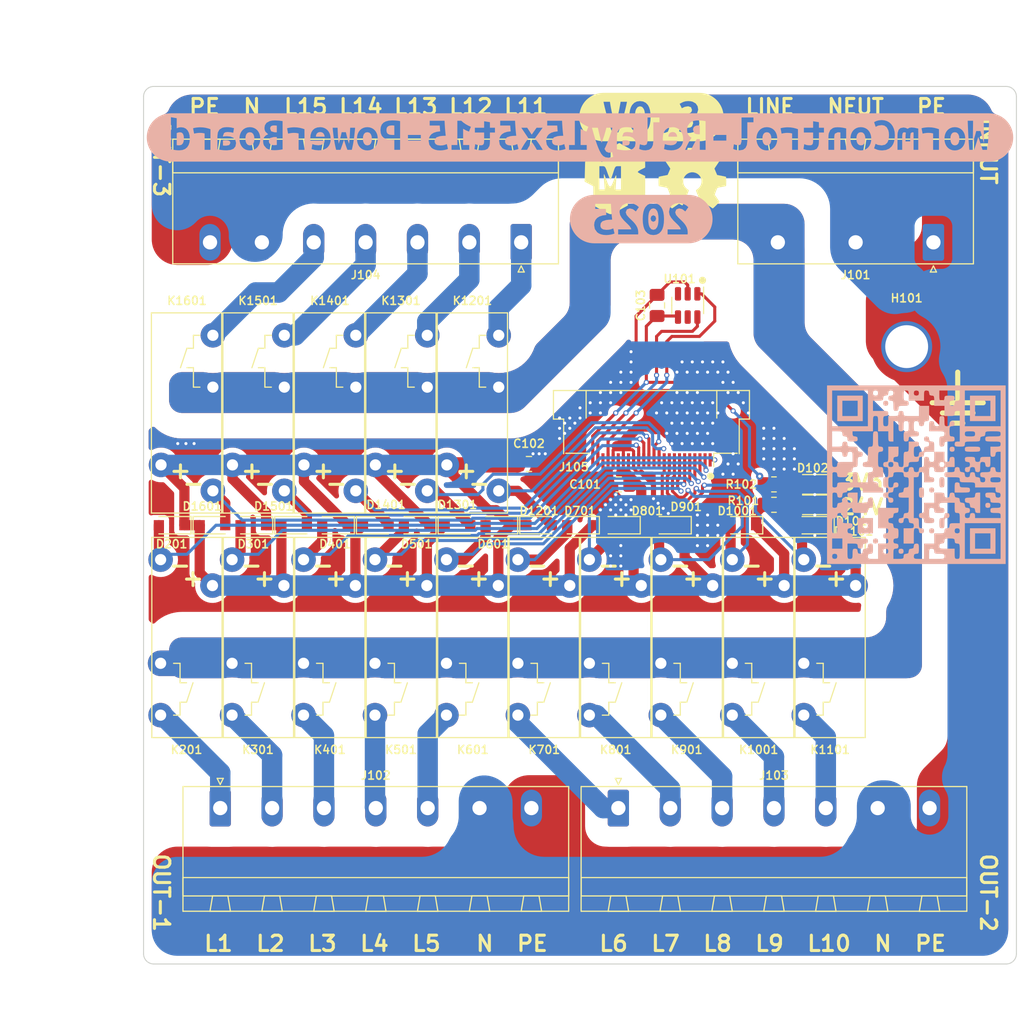
<source format=kicad_pcb>
(kicad_pcb (version 20211014) (generator pcbnew)
  (layers (0 "F.Cu" signal) (31 "B.Cu" signal) (34 "B.Paste" user) (35 "F.Paste" user) (36 "B.SilkS" user "B.Silkscreen") (37 "F.SilkS" user "F.Silkscreen") (38 "B.Mask" user) (39 "F.Mask" user) (44 "Edge.Cuts" user))
  (net 0 "")
  (net 1 "GND")
  (net 2 "+3V3")
  (net 3 "SCL")
  (net 4 "+24V")
  (net 5 "LINE")
  (net 6 "NEUT")
  (net 7 "GNDPWR")
  (net 8 "/_relay2/EN")
  (net 9 "/_relay4/EN")
  (net 10 "/_relay3/EN")
  (net 11 "/_relay6/EN")
  (net 12 "/_relay5/EN")
  (net 13 "/_relay11/EN")
  (net 14 "/_relay10/EN")
  (net 15 "/_relay8/EN")
  (net 16 "/_relay9/EN")
  (net 17 "/_relay15/EN")
  (net 18 "/_relay13/EN")
  (net 19 "/_relay12/EN")
  (net 20 "/_relay14/EN")
  (net 21 "/_relay2/COM")
  (net 22 "/_relay3/COM")
  (net 23 "/_relay4/COM")
  (net 24 "/_relay5/COM")
  (net 25 "/_relay6/COM")
  (net 26 "/_relay8/COM")
  (net 27 "/_relay9/COM")
  (net 28 "/_relay10/COM")
  (net 29 "/_relay11/COM")
  (net 30 "/_relay12/COM")
  (net 31 "/_relay13/COM")
  (net 32 "/_relay14/COM")
  (net 33 "/_relay15/COM")
  (net 34 "SDA")
  (net 36 "/_relay16/COM")
  (net 37 "/_relay16/EN")
  (net 38 "/_relay7/COM")
  (net 39 "/_relay7/EN")
  (net 41 "Net-(D101-Pad2)")
  (net 42 "Net-(D102-Pad2)")
  (footprint "Diode_SMD:D_SOD-323_HandSoldering" (layer "F.Cu") (at 140.2625 91.0375)
    (fp_text reference "D1501")
    (fp_text value "B5819WS")
  )
  (footprint "-local:P6D-04P" (layer "F.Cu") (at 132.3025 87.6675 180)
    (fp_text reference "K1601")
    (fp_text value "P6D-04P")
  )
  (footprint "-local:P6D-04P" (layer "F.Cu") (at 148.1825 94.4125)
    (fp_text reference "K501")
    (fp_text value "P6D-04P")
  )
  (footprint "Diode_SMD:D_SOD-323_HandSoldering" (layer "F.Cu") (at 148.2625 91.0375)
    (fp_text reference "D1401")
    (fp_text value "B5819WS")
  )
  (footprint "Symbol:OSHW-Symbol_6.7x6mm_SilkScreen" (layer "F.Cu") (at 179.2625 57.0375)
    (fp_text reference "G101" hide)
    (fp_text value "Logo_Open_Hardware_Large" hide)
  )
  (footprint "Diode_SMD:D_SOD-323_HandSoldering" (layer "F.Cu") (at 152.2625 91.0375 180)
    (fp_text reference "D501")
    (fp_text value "B5819WS")
  )
  (footprint "-local:logo_kms_small_silkscreen" (layer "F.Cu") (at 171.2625 57.0375)
    (fp_text reference "G102" hide)
    (fp_text value "LOGO_KMS" hide)
  )
  (footprint "LED_SMD:LED_0805_2012Metric_Pad1.15x1.40mm_HandSolder" (layer "F.Cu") (at 191.0625 89.0375 180)
    (fp_text reference "D101")
    (fp_text value "GREEN")
  )
  (footprint "Diode_SMD:D_SOD-323_HandSoldering" (layer "F.Cu") (at 160.2625 91.0375 180)
    (fp_text reference "D601")
    (fp_text value "B5819WS")
  )
  (footprint "Connector_Phoenix_MSTB:PhoenixContact_MSTBA_2,5_7-G-5,08_1x07_P5.08mm_Horizontal" (layer "F.Cu") (at 133.0225 118.76)
    (fp_text reference "J102")
    (fp_text value "1x7_5.08")
  )
  (footprint "Package_TO_SOT_SMD:SOT-23-6" (layer "F.Cu") (at 178.8125 69.5 -90)
    (fp_text reference "U101")
    (fp_text value "GX101")
  )
  (footprint "Connector_Phoenix_GMSTB:PhoenixContact_GMSTBA_2,5_3-G-7,62_1x03_P7.62mm_Horizontal" (layer "F.Cu") (at 202.8825 63.315 180)
    (fp_text reference "J101")
    (fp_text value "IN")
  )
  (footprint "-local:P6D-04P" (layer "F.Cu") (at 141.1825 94.4125)
    (fp_text reference "K401")
    (fp_text value "P6D-04P")
  )
  (footprint "-local:toolhole" (layer "F.Cu") (at 127.2625 122.0375)
    (fp_text reference "REF**" hide)
    (fp_text value "toolhole" hide)
  )
  (footprint "-local:P6D-04P" (layer "F.Cu") (at 176.1825 94.4125)
    (fp_text reference "K901")
    (fp_text value "P6D-04P")
  )
  (footprint "Diode_SMD:D_SOD-323_HandSoldering" (layer "F.Cu") (at 164.2625 91.0375)
    (fp_text reference "D1201")
    (fp_text value "B5819WS")
  )
  (footprint "-local:P6D-04P" (layer "F.Cu") (at 153.3025 87.6675 180)
    (fp_text reference "K1301")
    (fp_text value "P6D-04P")
  )
  (footprint "Resistor_SMD:R_0805_2012Metric_Pad1.20x1.40mm_HandSolder" (layer "F.Cu") (at 187.2625 87.0375)
    (fp_text reference "R102")
    (fp_text value "4k7")
  )
  (footprint "-local:P6D-04P" (layer "F.Cu") (at 127.1825 94.4125)
    (fp_text reference "K201")
    (fp_text value "P6D-04P")
  )
  (footprint "Capacitor_SMD:C_0805_2012Metric_Pad1.18x1.45mm_HandSolder" (layer "F.Cu") (at 163.2625 85.0375)
    (fp_text reference "C102")
    (fp_text value "100n")
  )
  (footprint "-local:P6D-04P" (layer "F.Cu") (at 155.1825 94.4125)
    (fp_text reference "K601")
    (fp_text value "P6D-04P")
  )
  (footprint "Connector_Phoenix_MSTB:PhoenixContact_MSTBA_2,5_7-G-5,08_1x07_P5.08mm_Horizontal" (layer "F.Cu") (at 162.5025 63.315 180)
    (fp_text reference "J104")
    (fp_text value "1x7_5.08")
  )
  (footprint "-local:P6D-04P" (layer "F.Cu") (at 169.1825 94.4125)
    (fp_text reference "K801")
    (fp_text value "P6D-04P")
  )
  (footprint "kibuzzard-68EEE57B" (layer "F.Cu") (at 175.2625 51.0375)
    (fp_text reference "kibuzzard-68EEE57B" hide)
    (fp_text value "G***" hide)
  )
  (footprint "-local:toolhole" (layer "F.Cu") (at 127.2625 50.0375)
    (fp_text reference "REF**" hide)
    (fp_text value "toolhole" hide)
  )
  (footprint "-local:AFC07-S24FCC-00" (layer "F.Cu") (at 175.2625 83.5375 180)
    (fp_text reference "J105")
    (fp_text value "FFC Connector")
  )
  (footprint "Diode_SMD:D_SOD-323_HandSoldering" (layer "F.Cu") (at 144.2625 91.0375 180)
    (fp_text reference "D401")
    (fp_text value "B5819WS")
  )
  (footprint "-local:post_m3x5mm" (layer "F.Cu") (at 200.2625 73.5375)
    (fp_text reference "H101")
    (fp_text value "M3")
  )
  (footprint "-local:toolhole" (layer "F.Cu") (at 209.2625 50.0375)
    (fp_text reference "REF**" hide)
    (fp_text value "toolhole" hide)
  )
  (footprint "Resistor_SMD:R_0805_2012Metric_Pad1.20x1.40mm_HandSolder" (layer "F.Cu") (at 187.2625 89.0375)
    (fp_text reference "R101")
    (fp_text value "47k")
  )
  (footprint "Diode_SMD:D_SOD-323_HandSoldering" (layer "F.Cu") (at 132.2625 91.0375)
    (fp_text reference "D1601")
    (fp_text value "B5819WS")
  )
  (footprint "Diode_SMD:D_SOD-323_HandSoldering" (layer "F.Cu") (at 128.2625 91.0375 180)
    (fp_text reference "D201")
    (fp_text value "B5819WS")
  )
  (footprint "-local:P6D-04P" (layer "F.Cu") (at 146.3025 87.6675 180)
    (fp_text reference "K1401")
    (fp_text value "P6D-04P")
  )
  (footprint "Diode_SMD:D_SOD-323_HandSoldering" (layer "F.Cu") (at 177.2625 91.0375 180)
    (fp_text reference "D901")
    (fp_text value "B5819WS")
  )
  (footprint "Connector_Phoenix_MSTB:PhoenixContact_MSTBA_2,5_7-G-5,08_1x07_P5.08mm_Horizontal" (layer "F.Cu") (at 172.0225 118.76)
    (fp_text reference "J103")
    (fp_text value "1x7_5.08")
  )
  (footprint "-local:P6D-04P" (layer "F.Cu") (at 162.1825 94.4125)
    (fp_text reference "K701")
    (fp_text value "P6D-04P")
  )
  (footprint "Diode_SMD:D_SOD-323_HandSoldering" (layer "F.Cu") (at 184.2625 91.0375 180)
    (fp_text reference "D1001")
    (fp_text value "B5819WS")
  )
  (footprint "-local:P6D-04P" (layer "F.Cu") (at 183.1825 94.4125)
    (fp_text reference "K1001")
    (fp_text value "P6D-04P")
  )
  (footprint "LED_SMD:LED_0805_2012Metric_Pad1.15x1.40mm_HandSolder" (layer "F.Cu") (at 191.0625 87.0375 180)
    (fp_text reference "D102")
    (fp_text value "GREEN")
  )
  (footprint "Diode_SMD:D_SOD-323_HandSoldering" (layer "F.Cu") (at 172.2625 91.0375 180)
    (fp_text reference "D801")
    (fp_text value "B5819WS")
  )
  (footprint "Capacitor_SMD:C_0805_2012Metric_Pad1.18x1.45mm_HandSolder" (layer "F.Cu") (at 175.8125 69.5 90)
    (fp_text reference "C103")
    (fp_text value "100n")
  )
  (footprint "Diode_SMD:D_SOD-323_HandSoldering" (layer "F.Cu") (at 156.2625 91.0375)
    (fp_text reference "D1301")
    (fp_text value "B5819WS")
  )
  (footprint "Diode_SMD:D_SOD-323_HandSoldering" (layer "F.Cu") (at 168.2625 91.0375 180)
    (fp_text reference "D701")
    (fp_text value "B5819WS")
  )
  (footprint "Diode_SMD:D_SOD-323_HandSoldering" (layer "F.Cu") (at 191.2625 91.0375 180)
    (fp_text reference "D1101")
    (fp_text value "B5819WS")
  )
  (footprint "-local:P6D-04P" (layer "F.Cu") (at 190.1825 94.4125)
    (fp_text reference "K1101")
    (fp_text value "P6D-04P")
  )
  (footprint "Capacitor_SMD:C_0805_2012Metric_Pad1.18x1.45mm_HandSolder" (layer "F.Cu") (at 172.0625 87.0375 180)
    (fp_text reference "C101")
    (fp_text value "10u/50v")
  )
  (footprint "-local:P6D-04P" (layer "F.Cu") (at 160.3025 87.6675 180)
    (fp_text reference "K1201")
    (fp_text value "P6D-04P")
  )
  (footprint "-local:P6D-04P" (layer "F.Cu") (at 139.3025 87.6675 180)
    (fp_text reference "K1501")
    (fp_text value "P6D-04P")
  )
  (footprint "-local:P6D-04P" (layer "F.Cu") (at 134.1825 94.4125)
    (fp_text reference "K301")
    (fp_text value "P6D-04P")
  )
  (footprint "Diode_SMD:D_SOD-323_HandSoldering" (layer "F.Cu") (at 136.2625 91.0375 180)
    (fp_text reference "D301")
    (fp_text value "B5819WS")
  )
  (footprint "-local:qr" (layer "B.Cu") (at 201.2625 86.0375 180)
    (fp_text reference "G***" hide)
    (fp_text value "LOGO" hide)
  )
  (footprint "kibuzzard-6750F085" (layer "B.Cu") (at 168.2625 53.0375 180)
    (fp_text reference "kibuzzard-6750F085" hide)
    (fp_text value "G***" hide)
  )
  (footprint "kibuzzard-6798B3C4" (layer "B.Cu") (at 174.2625 61.0375 180)
    (fp_text reference "kibuzzard-6798B3C4" hide)
    (fp_text value "G***" hide)
  )
  (gr_line (start 205.2625 76.0375) (end 205.2625 79.0375) (layer "F.SilkS") (width 0.5))
  (gr_circle (center 181.0625 86.2375) (end 181.2625 86.2375) (layer "F.SilkS") (width 0.3) (fill solid))
  (gr_line (start 202.7625 79.0375) (end 207.7625 79.0375) (layer "F.SilkS") (width 0.5))
  (gr_line (start 203.7625 80.0375) (end 206.7625 80.0375) (layer "F.SilkS") (width 0.5))
  (gr_line (start 204.7625 81.0375) (end 205.7625 81.0375) (layer "F.SilkS") (width 0.5))
  (gr_circle (center 180.2625 67.0375) (end 180.4625 67.0375) (layer "F.SilkS") (width 0.3) (fill solid))
  (gr_arc (start 126.5125 134.0375) (mid 125.805393 133.744607) (end 125.5125 133.0375) (layer "Edge.Cuts") (width 0.1))
  (gr_line (start 211.0125 49.0375) (end 211.0125 133.0375) (layer "Edge.Cuts") (width 0.1))
  (gr_line (start 210.0125 134.0375) (end 126.5125 134.0375) (layer "Edge.Cuts") (width 0.1))
  (gr_line (start 126.5125 48.0375) (end 210.0125 48.0375) (layer "Edge.Cuts") (width 0.1))
  (gr_arc (start 211.0125 133.0375) (mid 210.719607 133.744607) (end 210.0125 134.0375) (layer "Edge.Cuts") (width 0.1))
  (gr_arc (start 210.0125 48.0375) (mid 210.719607 48.330393) (end 211.0125 49.0375) (layer "Edge.Cuts") (width 0.1))
  (gr_arc (start 125.5125 49.0375) (mid 125.805393 48.330393) (end 126.5125 48.0375) (layer "Edge.Cuts") (width 0.1))
  (gr_line (start 125.5125 133.0375) (end 125.5125 49.0375) (layer "Edge.Cuts") (width 0.1))
  (gr_text "PE  N  L15 L14 L13 L12 L11" (at 165.2625 50.0375) (layer "F.SilkS") (effects (font (size 1.5 1.55) (thickness 0.3)) (justify right)))
  (gr_text "OUT-1" (at 127.2625 131.0375 270) (layer "F.SilkS") (effects (font (size 1.5 1.5) (thickness 0.3)) (justify right)))
  (gr_text "INPUT" (at 208.2625 57.815 270) (layer "F.SilkS") (effects (font (size 1.5 1.5) (thickness 0.3)) (justify right)))
  (gr_text "OUT-3" (at 127.2625 59.0375 270) (layer "F.SilkS") (effects (font (size 1.5 1.5) (thickness 0.3)) (justify right)))
  (gr_text "L6  L7  L8  L9  L10  N  PE" (at 204.2625 132.0375) (layer "F.SilkS") (effects (font (size 1.5 1.55) (thickness 0.3)) (justify right)))
  (gr_text "3V3\n24V\n" (at 195.8625 88.0375) (layer "F.SilkS") (effects (font (size 1.5 1.5) (thickness 0.3))))
  (gr_text "LINE   NEUT   PE" (at 204.2625 50.0375) (layer "F.SilkS") (effects (font (size 1.5 1.45) (thickness 0.3)) (justify right)))
  (gr_text "OUT-2" (at 208.2625 131.0375 270) (layer "F.SilkS") (effects (font (size 1.5 1.5) (thickness 0.3)) (justify right)))
  (gr_text "L1  L2  L3  L4  L5   N  PE" (at 165.2625 132.0375) (layer "F.SilkS") (effects (font (size 1.5 1.55) (thickness 0.3)) (justify right)))
  (segment (start 171.3125 85.6375) (end 171.5125 85.4375) (width 0.3) (layer "F.Cu") (net 1))
  (segment (start 174.004375 81.373555) (end 172.820362 82.557568) (width 1) (layer "F.Cu") (net 1))
  (segment (start 173.7625 70.5375) (end 175.8125 68.4875) (width 0.3) (layer "F.Cu") (net 1))
  (segment (start 179.7125 90.0875) (end 179.7625 90.0375) (width 0.5) (layer "F.Cu") (net 1))
  (segment (start 175.169948 81.373555) (end 174.004375 81.373555) (width 1) (layer "F.Cu") (net 1))
  (segment (start 173.7625 70.5375) (end 173.7625 73.5375) (width 0.3) (layer "F.Cu") (net 1))
  (segment (start 172.5125 84.6375) (end 172.5125 83.6875) (width 0.3) (layer "F.Cu") (net 1))
  (segment (start 175.4625 88.4375) (end 175.9125 88.8875) (width 0.5) (layer "F.Cu") (net 1))
  (segment (start 178.8125 68.3625) (end 178.8125 67.5) (width 0.3) (layer "F.Cu") (net 1))
  (segment (start 172.5125 83.6875) (end 172.4625 83.6375) (width 0.3) (layer "F.Cu") (net 1))
  (segment (start 173.368232 83.6375) (end 173.5125 83.781768) (width 0.3) (layer "F.Cu") (net 1))
  (segment (start 175.4625 87.0375) (end 175.4625 88.4375) (width 0.5) (layer "F.Cu") (net 1))
  (segment (start 171.5625 83.6375) (end 172.4625 83.6375) (width 0.3) (layer "F.Cu") (net 1))
  (segment (start 178.8125 67.5) (end 178.5125 67.2) (width 0.3) (layer "F.Cu") (net 1))
  (segment (start 171.5125 83.6875) (end 171.5625 83.6375) (width 0.3) (layer "F.Cu") (net 1))
  (segment (start 177.075 67.2) (end 175.8125 68.4625) (width 0.3) (layer "F.Cu") (net 1))
  (segment (start 176.7625 82.0375) (end 176.2625 81.5375) (width 1) (layer "F.Cu") (net 1))
  (segment (start 173.5125 85.485418) (end 173.864582 85.8375) (width 0.3) (layer "F.Cu") (net 1))
  (segment (start 176.4125 89.3875) (end 176.9125 89.8875) (width 0.5) (layer "F.Cu") (net 1))
  (segment (start 175.9125 88.8875) (end 176.4125 89.3875) (width 0.5) (layer "F.Cu") (net 1))
  (segment (start 172.4625 83.6375) (end 173.368232 83.6375) (width 0.3) (layer "F.Cu") (net 1))
  (segment (start 173.864582 85.8375) (end 174.2625 85.8375) (width 0.3) (layer "F.Cu") (net 1))
  (segment (start 172.770362 83.2875) (end 171.8625 83.2875) (width 1) (layer "F.Cu") (net 1))
  (segment (start 170.5125 84.6375) (end 170.5125 85.4875) (width 0.3) (layer "F.Cu") (net 1))
  (segment (start 177.1125 90.0875) (end 176.9125 89.8875) (width 0.5) (layer "F.Cu") (net 1))
  (segment (start 171.025 85.9875) (end 170.8625 85.9875) (width 1) (layer "F.Cu") (net 1))
  (segment (start 176.2625 81.5375) (end 175.333893 81.5375) (width 1) (layer "F.Cu") (net 1))
  (segment (start 170.6625 85.6375) (end 171.3125 85.6375) (width 0.3) (layer "F.Cu") (net 1))
  (segment (start 173.5125 83.781768) (end 173.5125 84.6375) (width 0.3) (layer "F.Cu") (net 1))
  (segment (start 171.025 87.0375) (end 171.025 85.9875) (width 1) (layer "F.Cu") (net 1))
  (segment (start 172.820362 83.2375) (end 172.770362 83.2875) (width 1) (layer "F.Cu") (net 1))
  (segment (start 175.8125 68.4875) (end 175.8125 68.4625) (width 0.3) (layer "F.Cu") (net 1))
  (segment (start 171.5125 85.4375) (end 171.5125 84.6375) (width 0.3) (layer "F.Cu") (net 1))
  (segment (start 172.820362 82.557568) (end 172.820362 83.2375) (width 1) (layer "F.Cu") (net 1))
  (segment (start 170.5125 85.4875) (end 170.6625 85.6375) (width 0.3) (layer "F.Cu") (net 1))
  (segment (start 173.7625 73.5375) (end 173.2625 74.0375) (width 0.3) (layer "F.Cu") (net 1))
  (segment (start 171.5125 84.6375) (end 171.5125 83.6875) (width 0.3) (layer "F.Cu") (net 1))
  (segment (start 174.2625 85.8375) (end 175.4625 87.0375) (width 0.5) (layer "F.Cu") (net 1))
  (segment (start 178.5125 67.2) (end 177.075 67.2) (width 0.3) (layer "F.Cu") (net 1))
  (segment (start 175.333893 81.5375) (end 175.169948 81.373555) (width 1) (layer "F.Cu") (net 1))
  (segment (start 177.1125 90.0875) (end 179.7125 90.0875) (width 0.5) (layer "F.Cu") (net 1))
  (segment (start 173.5125 84.6375) (end 173.5125 85.485418) (width 0.3) (layer "F.Cu") (net 1))
  (via (at 179.2625 83.0375) (size 0.5) (drill 0.3) (layers "F.Cu" "B.Cu") (net 1))
  (via (at 173.2625 88.5375) (size 0.5) (drill 0.3) (layers "F.Cu" "B.Cu") (net 1))
  (via (at 184.7625 80.0375) (size 0.5) (drill 0.3) (layers "F.Cu" "B.Cu") (net 1))
  (via (at 172.2625 77.0375) (size 0.5) (drill 0.3) (layers "F.Cu" "B.Cu") (net 1))
  (via (at 176.2625 79.0375) (size 0.5) (drill 0.3) (layers "F.Cu" "B.Cu") (net 1))
  (via (at 172.2625 95.0375) (size 0.5) (drill 0.3) (layers "F.Cu" "B.Cu") (net 1))
  (via (at 186.2625 82.5375) (size 0.5) (drill 0.3) (layers "F.Cu" "B.Cu") (net 1))
  (via (at 168.2625 79.5375) (size 0.5) (drill 0.3) (layers "F.Cu" "B.Cu") (net 1))
  (via (at 181.2625 79.0375) (size 0.5) (drill 0.3) (layers "F.Cu" "B.Cu") (net 1))
  (via (at 188.2625 82.5375) (size 0.5) (drill 0.3) (layers "F.Cu" "B.Cu") (net 1))
  (via (at 178.2625 81.0375) (size 0.5) (drill 0.3) (layers "F.Cu" "B.Cu") (net 1))
  (via (at 188.2625 84.5375) (size 0.5) (drill 0.3) (layers "F.Cu" "B.Cu") (net 1))
  (via (at 183.7625 85.0375) (size 0.5) (drill 0.3) (layers "F.Cu" "B.Cu") (net 1))
  (via (at 183.7625 78.0375) (size 0.5) (drill 0.3) (layers "F.Cu" "B.Cu") (net 1))
  (via (at 191.2625 90.0375) (size 0.5) (drill 0.3) (layers "F.Cu" "B.Cu") (net 1))
  (via (at 168.2625 80.5375) (size 0.5) (drill 0.3) (layers "F.Cu" "B.Cu") (net 1))
  (via (at 183.2625 84.0375) (size 0.5) (drill 0.3) (layers "F.Cu" "B.Cu") (net 1))
  (via (at 167.2625 80.5375) (size 0.5) (drill 0.3) (layers "F.Cu" "B.Cu") (net 1))
  (via (at 128.8625 83.0375) (size 0.7) (drill 0.3) (layers "F.Cu" "B.Cu") (net 1))
  (via (at 180.2625 75.0375) (size 0.5) (drill 0.3) (layers "F.Cu" "B.Cu") (net 1))
  (via (at 179.7625 76.0375) (size 0.5) (drill 0.3) (layers "F.Cu" "B.Cu") (net 1))
  (via (at 170.2625 79.0375) (size 0.5) (drill 0.3) (layers "F.Cu" "B.Cu") (net 1))
  (via (at 179.2625 75.0375) (size 0.5) (drill 0.3) (layers "F.Cu" "B.Cu") (net 1))
  (via (at 188.2625 85.5375) (size 0.5) (drill 0.3) (layers "F.Cu" "B.Cu") (net 1))
  (via (at 178.2625 75.0375) (size 0.5) (drill 0.3) (layers "F.Cu" "B.Cu") (net 1))
  (via (at 180.7625 91.0375) (size 0.5) (drill 0.3) (layers "F.Cu" "B.Cu") (net 1))
  (via (at 176.9125 89.8875) (size 0.5) (drill 0.3) (layers "F.Cu" "B.Cu") (net 1))
  (via (at 130.4625 83.0375) (size 0.7) (drill 0.3) (layers "F.Cu" "B.Cu") (net 1))
  (via (at 176.4125 89.3875) (size 0.5) (drill 0.3) (layers "F.Cu" "B.Cu") (net 1))
  (via (at 182.2625 75.0375) (size 0.5) (drill 0.3) (layers "F.Cu" "B.Cu") (net 1))
  (via (at 181.2625 75.0375) (size 0.5) (drill 0.3) (layers "F.Cu" "B.Cu") (net 1))
  (via (at 186.2625 84.5375) (size 0.5) (drill 0.3) (layers "F.Cu" "B.Cu") (net 1))
  (via (at 171.2625 79.0375) (size 0.5) (drill 0.3) (layers "F.Cu" "B.Cu") (net 1))
  (via (at 166.2625 82.5375) (size 0.5) (drill 0.3) (layers "F.Cu" "B.Cu") (net 1))
  (via (at 179.2625 79.0375) (size 0.5) (drill 0.3) (layers "F.Cu" "B.Cu") (net 1))
  (via (at 179.7625 90.0375) (size 0.5) (drill 0.3) (layers "F.Cu" "B.Cu") (net 1))
  (via (at 166.7625 82.0375) (size 0.5) (drill 0.3) (layers "F.Cu" "B.Cu") (net 1))
  (via (at 171.7625 90.0375) (size 0.5) (drill 0.3) (layers "F.Cu" "B.Cu") (net 1))
  (via (at 177.7625 82.0375) (size 0.5) (drill 0.3) (layers "F.Cu" "B.Cu") (net 1))
  (via (at 177.7625 76.0375) (size 0.5) (drill 0.3) (layers "F.Cu" "B.Cu") (net 1))
  (via (at 173.2625 74.0375) (size 0.5) (drill 0.3) (layers "F.Cu" "B.Cu") (net 1))
  (via (at 178.7625 80.0375) (size 0.5) (drill 0.3) (layers "F.Cu" "B.Cu") (net 1))
  (via (at 172.7625 89.0375) (size 0.5) (drill 0.3) (layers "F.Cu" "B.Cu") (net 1))
  (via (at 172.2625 76.0375) (size 0.5) (drill 0.3) (layers "F.Cu" "B.Cu") (net 1))
  (via (at 166.2625 81.5375) (size 0.5) (drill 0.3) (layers "F.Cu" "B.Cu") (net 1))
  (via (at 189.2625 85.5375) (size 0.5) (drill 0.3) (layers "F.Cu" "B.Cu") (net 1))
  (via (at 173.2625 89.5375) (size 0.5) (drill 0.3) (layers "F.Cu" "B.Cu") (net 1))
  (via (at 187.2625 84.5375) (size 0.5) (drill 0.3) (layers "F.Cu" "B.Cu") (net 1))
  (via (at 189.2625 84.5375) (size 0.5) (drill 0.3) (layers "F.Cu" "B.Cu") (net 1))
  (via (at 183.2625 77.0375) (size 0.5) (drill 0.3) (layers "F.Cu" "B.Cu") (net 1))
  (via (at 179.7625 82.0375) (size 0.5) (drill 0.3) (layers "F.Cu" "B.Cu") (net 1))
  (via (at 179.7625 93.0375) (size 0.5) (drill 0.3) (layers "F.Cu" "B.Cu") (net 1))
  (via (at 180.2625 83.0375) (size 0.5) (drill 0.3) (layers "F.Cu" "B.Cu") (net 1))
  (via (at 178.2625 83.0375) (size 0.5) (drill 0.3) (layers "F.Cu" "B.Cu") (net 1))
  (via (at 179.7625 78.0375) (size 0.5) (drill 0.3) (layers "F.Cu" "B.Cu") (net 1))
  (via (at 186.2625 81.5375) (size 0.5) (drill 0.3) (layers "F.Cu" "B.Cu") (net 1))
  (via (at 180.7625 92.0375) (size 0.5) (drill 0.3) (layers "F.Cu" "B.Cu") (net 1))
  (via (at 177.7625 78.0375) (size 0.5) (drill 0.3) (layers "F.Cu" "B.Cu") (net 1))
  (via (at 164.2625 84.0375) (size 0.7) (drill 0.3) (layers "F.Cu" "B.Cu") (net 1))
  (via (at 179.2625 81.0375) (size 0.5) (drill 0.3) (layers "F.Cu" "B.Cu") (net 1))
  (via (at 171.2625 89.5375) (size 0.5) (drill 0.3) (layers "F.Cu" "B.Cu") (net 1))
  (via (at 181.2625 81.0375) (size 0.5) (drill 0.3) (layers "F.Cu" "B.Cu") (net 1))
  (via (at 172.2625 78.0375) (size 0.5) (drill 0.3) (layers "F.Cu" "B.Cu") (net 1))
  (via (at 173.2625 77.0375) (size 0.5) (drill 0.3) (layers "F.Cu" "B.Cu") (net 1))
  (via (at 191.2625 88.0375) (size 0.5) (drill 0.3) (layers "F.Cu" "B.Cu") (net 1))
  (via (at 180.7625 82.0375) (size 0.5) (drill 0.3) (layers "F.Cu" "B.Cu") (net 1))
  (via (at 171.7625 88.0375) (size 0.5) (drill 0.3) (layers "F.Cu" "B.Cu") (net 1))
  (via (at 181.7625 92.0375) (size 0.5) (drill 0.3) (layers "F.Cu" "B.Cu") (net 1))
  (via (at 172.2625 88.5375) (size 0.5) (drill 0.3) (layers "F.Cu" "B.Cu") (net 1))
  (via (at 171.2625 78.0375) (size 0.5) (drill 0.3) (layers "F.Cu" "B.Cu") (net 1))
  (via (at 183.2625 86.0375) (size 0.5) (drill 0.3) (layers "F.Cu" "B.Cu") (net 1))
  (via (at 177.2625 81.0375) (size 0.5) (drill 0.3) (layers "F.Cu" "B.Cu") (net 1))
  (via (at 167.2625 81.5375) (size 0.5) (drill 0.3) (layers "F.Cu" "B.Cu") (net 1))
  (via (at 171.7625 89.0375) (size 0.5) (drill 0.3) (layers "F.Cu" "B.Cu") (net 1))
  (via (at 172.2625 94.0375) (size 0.5) (drill 0.3) (layers "F.Cu" "B.Cu") (net 1))
  (via (at 175.7625 80.0375) (size 0.5) (drill 0.3) (layers "F.Cu" "B.Cu") (net 1))
  (via (at 188.2625 83.5375) (size 0.5) (drill 0.3) (layers "F.Cu" "B.Cu") (net 1))
  (via (at 178.7625 76.0375) (size 0.5) (drill 0.3) (layers "F.Cu" "B.Cu") (net 1))
  (via (at 189.2625 83.5375) (size 0.5) (drill 0.3) (layers "F.Cu" "B.Cu") (net 1))
  (via (at 181.7625 80.0375) (size 0.5) (drill 0.3) (layers "F.Cu" "B.Cu") (net 1))
  (via (at 176.7625 80.0375) (size 0.5) (drill 0.3) (layers "F.Cu" "B.Cu") (net 1))
  (via (at 187.2625 81.5375) (size 0.5) (drill 0.3) (layers "F.Cu" "B.Cu") (net 1))
  (via (at 186.2625 83.5375) (size 0.5) (drill 0.3) (layers "F.Cu" "B.Cu") (net 1))
  (via (at 177.2625 83.0375) (size 0.5) (drill 0.3) (layers "F.Cu" "B.Cu") (net 1))
  (via (at 166.7625 81.0375) (size 0.5) (drill 0.3) (layers "F.Cu" "B.Cu") (net 1))
  (via (at 172.2625 89.5375) (size 0.5) (drill 0.3) (layers "F.Cu" "B.Cu") (net 1))
  (via (at 171.2625 95.0375) (size 0.5) (drill 0.3) (layers "F.Cu" "B.Cu") (net 1))
  (via (at 184.2625 79.0375) (size 0.5) (drill 0.3) (layers "F.Cu" "B.Cu") (net 1))
  (via (at 187.2625 82.5375) (size 0.5) (drill 0.3) (layers "F.Cu" "B.Cu") (net 1))
  (via (at 179.7625 91.0375) (size 0.5) (drill 0.3) (layers "F.Cu" "B.Cu") (net 1))
  (via (at 191.2625 92.0375) (size 0.5) (drill 0.3) (layers "F.Cu" "B.Cu") (net 1))
  (via (at 171.2625 77.0375) (size 0.5) (drill 0.3) (layers "F.Cu" "B.Cu") (net 1))
  (via (at 172.7625 90.0375) (size 0.5) (drill 0.3) (layers "F.Cu" "B.Cu") (net 1))
  (via (at 180.7625 93.0375) (size 0.5) (drill 0.3) (layers "F.Cu" "B.Cu") (net 1))
  (via (at 170.7625 89.0375) (size 0.5) (drill 0.3) (layers "F.Cu" "B.Cu") (net 1))
  (via (at 175.9125 88.8875) (size 0.5) (drill 0.3) (layers "F.Cu" "B.Cu") (net 1))
  (via (at 163.6625 84.0375) (size 0.7) (drill 0.3) (layers "F.Cu" "B.Cu") (net 1))
  (via (at 182.7625 85.0375) (size 0.5) (drill 0.3) (layers "F.Cu" "B.Cu") (net 1))
  (via (at 182.7625 76.0375) (size 0.5) (drill 0.3) (layers "F.Cu" "B.Cu") (net 1))
  (via (at 181.7625 76.0375) (size 0.5) (drill 0.3) (layers "F.Cu" "B.Cu") (net 1))
  (via (at 173.2625 76.0375) (size 0.5) (drill 0.3) (layers "F.Cu" "B.Cu") (net 1))
  (via (at 177.7625 80.0375) (size 0.5) (drill 0.3) (layers "F.Cu" "B.Cu") (net 1))
  (via (at 164.8625 84.0375) (size 0.7) (drill 0.3) (layers "F.Cu" "B.Cu") (net 1))
  (via (at 171.2625 94.0375) (size 0.5) (drill 0.3) (layers "F.Cu" "B.Cu") (net 1))
  (via (at 170.2625 89.5375) (size 0.5) (drill 0.3) (layers "F.Cu" "B.Cu") (net 1))
  (via (at 178.7625 78.0375) (size 0.5) (drill 0.3) (layers "F.Cu" "B.Cu") (net 1))
  (via (at 175.4625 88.4375) (size 0.5) (drill 0.3) (layers "F.Cu" "B.Cu") (net 1))
  (via (at 180.7625 90.0375) (size 0.5) (drill 0.3) (layers "F.Cu" "B.Cu") (net 1))
  (via (at 180.7625 80.0375) (size 0.5) (drill 0.3) (layers "F.Cu" "B.Cu") (net 1))
  (via (at 182.2625 86.0375) (size 0.5) (drill 0.3) (layers "F.Cu" "B.Cu") (net 1))
  (via (at 181.2625 83.0375) (size 0.5) (drill 0.3) (layers "F.Cu" "B.Cu") (net 1))
  (via (at 177.2625 79.0375) (size 0.5) (drill 0.3) (layers "F.Cu" "B.Cu") (net 1))
  (via (at 182.2625 77.0375) (size 0.5) (drill 0.3) (layers "F.Cu" "B.Cu") (net 1))
  (via (at 182.7625 78.0375) (size 0.5) (drill 0.3) (layers "F.Cu" "B.Cu") (net 1))
  (via (at 180.7625 76.0375) (size 0.5) (drill 0.3) (layers "F.Cu" "B.Cu") (net 1))
  (via (at 181.7625 91.0375) (size 0.5) (drill 0.3) (layers "F.Cu" "B.Cu") (net 1))
  (via (at 170.2625 80.0375) (size 0.5) (drill 0.3) (layers "F.Cu" "B.Cu") (net 1))
  (via (at 173.2625 75.0375) (size 0.5) (drill 0.3) (layers "F.Cu" "B.Cu") (net 1))
  (via (at 179.7625 80.0375) (size 0.5) (drill 0.3) (layers "F.Cu" "B.Cu") (net 1))
  (via (at 171.2625 88.5375) (size 0.5) (drill 0.3) (layers "F.Cu" "B.Cu") (net 1))
  (via (at 191.2625 86.0375) (size 0.5) (drill 0.3) (layers "F.Cu" "B.Cu") (net 1))
  (via (at 172.2625 93.0375) (size 0.5) (drill 0.3) (layers "F.Cu" "B.Cu") (net 1))
  (via (at 180.2625 81.0375) (size 0.5) (drill 0.3) (layers "F.Cu" "B.Cu") (net 1))
  (via (at 170.2625 78.0375) (size 0.5) (drill 0.3) (layers "F.Cu" "B.Cu") (net 1))
  (via (at 169.2625 79.0375) (size 0.5) (drill 0.3) (layers "F.Cu" "B.Cu") (net 1))
  (via (at 167.7625 81.0375) (size 0.5) (drill 0.3) (layers "F.Cu" "B.Cu") (net 1))
  (via (at 179.7625 92.0375) (size 0.5) (drill 0.3) (layers "F.Cu" "B.Cu") (net 1))
  (via (at 178.7625 82.0375) (size 0.5) (drill 0.3) (layers "F.Cu" "B.Cu") (net 1))
  (via (at 187.2625 85.5375) (size 0.5) (drill 0.3) (layers "F.Cu" "B.Cu") (net 1))
  (via (at 180.2625 79.0375) (size 0.5) (drill 0.3) (layers "F.Cu" "B.Cu") (net 1))
  (via (at 169.2625 80.0375) (size 0.5) (drill 0.3) (layers "F.Cu" "B.Cu") (net 1))
  (via (at 129.6625 83.0375) (size 0.7) (drill 0.3) (layers "F.Cu" "B.Cu") (net 1))
  (via (at 176.7625 82.0375) (size 0.5) (drill 0.3) (layers "F.Cu" "B.Cu") (net 1))
  (via (at 166.2625 80.5375) (size 0.5) (drill 0.3) (layers "F.Cu" "B.Cu") (net 1))
  (via (at 187.2625 83.5375) (size 0.5) (drill 0.3) (layers "F.Cu" "B.Cu") (net 1))
  (via (at 178.2625 79.0375) (size 0.5) (drill 0.3) (layers "F.Cu" "B.Cu") (net 1))
  (segment (start 174.7625 71.5375) (end 175.7625 70.5375) (width 0.3) (layer "F.Cu") (net 2))
  (segment (start 175.7625 70.5375) (end 175.8125 70.5375) (width 0.3) (layer "F.Cu") (net 2))
  (segment (start 169.5125 82.2875) (end 171.7625 80.0375) (width 0.3) (layer "F.Cu") (net 2))
  (segment (start 175.8125 70.5375) (end 177.7625 70.5375) (width 0.3) (layer "F.Cu") (net 2))
  (segment (start 185.8625 86.2375) (end 186.6625 87.0375) (width 0.3) (layer "F.Cu") (net 2))
  (segment (start 180.4625 77.0375) (end 174.7625 77.0375) (width 0.3) (layer "F.Cu") (net 2))
  (segment (start 177.7625 70.5375) (end 177.8625 70.6375) (width 0.3) (layer "F.Cu") (net 2))
  (segment (start 183.2625 79.8375) (end 180.4625 77.0375) (width 0.3) (layer "F.Cu") (net 2))
  (segment (start 174.7625 77.0375) (end 174.7625 71.5375) (width 0.3) (layer "F.Cu") (net 2))
  (segment (start 169.5125 84.6375) (end 169.5125 82.2875) (width 0.3) (layer "F.Cu") (net 2))
  (via (at 185.8625 86.2375) (size 0.7) (drill 0.3) (layers "F.Cu" "B.Cu") (net 2))
  (via (at 174.7625 77.0375) (size 0.5) (drill 0.3) (layers "F.Cu" "B.Cu") (net 2))
  (via (at 183.2625 79.8375) (size 0.5) (drill 0.3) (layers "F.Cu" "B.Cu") (net 2))
  (via (at 171.7625 80.0375) (size 0.5) (drill 0.3) (layers "F.Cu" "B.Cu") (net 2))
  (segment (start 184.8625 81.4375) (end 183.2625 79.8375) (width 0.3) (layer "B.Cu") (net 2))
  (segment (start 185.8625 86.2375) (end 184.8625 85.2375) (width 0.3) (layer "B.Cu") (net 2))
  (segment (start 184.8625 82.0375) (end 184.8625 81.4375) (width 0.3) (layer "B.Cu") (net 2))
  (segment (start 184.8625 85.2375) (end 184.8625 82.0375) (width 0.3) (layer "B.Cu") (net 2))
  (segment (start 171.7625 80.0375) (end 174.7625 77.0375) (width 0.3) (layer "B.Cu") (net 2))
  (segment (start 171.0125 84.6375) (end 171.0125 82.7875) (width 0.3) (layer "F.Cu") (net 3))
  (segment (start 181.4625 69.65) (end 180.175 68.3625) (width 0.3) (layer "F.Cu") (net 3))
  (segment (start 176.7625 73.0375) (end 177.2625 72.5375) (width 0.3) (layer "F.Cu") (net 3))
  (segment (start 171.0125 82.7875) (end 173.7625 80.0375) (width 0.3) (layer "F.Cu") (net 3))
  (segment (start 177.2625 72.5375) (end 179.9625 72.5375) (width 0.3) (layer "F.Cu") (net 3))
  (segment (start 180.175 68.3625) (end 179.7625 68.3625) (width 0.3) (layer "F.Cu") (net 3))
  (segment (start 179.9625 72.5375) (end 181.4625 71.0375) (width 0.3) (layer "F.Cu") (net 3))
  (segment (start 176.7625 76.3375) (end 176.7625 73.0375) (width 0.3) (layer "F.Cu") (net 3))
  (segment (start 181.4625 71.0375) (end 181.4625 69.65) (width 0.3) (layer "F.Cu") (net 3))
  (via (at 173.7625 80.0375) (size 0.5) (drill 0.3) (layers "F.Cu" "B.Cu") (net 3))
  (via (at 176.7625 76.3375) (size 0.5) (drill 0.3) (layers "F.Cu" "B.Cu") (net 3))
  (segment (start 173.7625 80.0375) (end 176.7625 77.0375) (width 0.3) (layer "B.Cu") (net 3))
  (segment (start 176.7625 77.0375) (end 176.7625 76.3375) (width 0.3) (layer "B.Cu") (net 3))
  (segment (start 188.2625 93.8375) (end 188.2625 96.9525) (width 1) (layer "F.Cu") (net 4))
  (segment (start 195.2625 93.8375) (end 195.2625 96.9525) (width 1) (layer "F.Cu") (net 4))
  (segment (start 172.2125 85.8375) (end 172.8125 85.8375) (width 0.3) (layer "F.Cu") (net 4))
  (segment (start 155.0125 91.0375) (end 153.2625 92.7875) (width 1) (layer "F.Cu") (net 4))
  (segment (start 137.5125 91.0375) (end 137.5125 89.7875) (width 1) (layer "F.Cu") (net 4))
  (segment (start 185.5125 91.0375) (end 185.5125 91.0875) (width 1) (layer "F.Cu") (net 4))
  (segment (start 147.0125 91.0375) (end 146.2625 91.7875) (width 1) (layer "F.Cu") (net 4))
  (segment (start 139.0125 96.7025) (end 139.2625 96.9525) (width 1) (layer "F.Cu") (net 4))
  (segment (start 153.5125 91.0375) (end 155.0125 91.0375) (width 1) (layer "F.Cu") (net 4))
  (segment (start 155.2225 85.4975) (end 155.2225 85.1275) (width 1) (layer "F.Cu") (net 4))
  (segment (start 172.0125 84.6375) (end 172.0125 85.6375) (width 0.3) (layer "F.Cu") (net 4))
  (segment (start 174.2625 90.2875) (end 174.2625 87.4375) (width 1) (layer "F.Cu") (net 4))
  (segment (start 146.2625 91.7875) (end 146.2625 96.9525) (width 1) (layer "F.Cu") (net 4))
  (segment (start 185.5125 89.7875) (end 186.2625 89.0375) (width 1) (layer "F.Cu") (net 4))
  (segment (start 163.0125 91.0375) (end 161.5125 91.0375) (width 1) (layer "F.Cu") (net 4))
  (segment (start 160.2625 92.2875) (end 160.2625 96.9525) (width 1) (layer "F.Cu") (net 4))
  (segment (start 137.5125 91.0375) (end 139.0125 91.0375) (width 1) (layer "F.Cu") (net 4))
  (segment (start 173.5125 91.0375) (end 173.5125 96.2025) (width 1) (layer "F.Cu") (net 4))
  (segment (start 178.5125 94.2025) (end 181.2625 96.9525) (width 1) (layer "F.Cu") (net 4))
  (segment (start 173.0125 85.6375) (end 173.0125 84.6375) (width 0.3) (layer "F.Cu") (net 4))
  (segment (start 129.5125 91.0375) (end 129.5125 87.4175) (width 1) (layer "F.Cu") (net 4))
  (segment (start 129.5125 87.4175) (end 127.2225 85.1275) (width 1) (layer "F.Cu") (net 4))
  (segment (start 172.0125 85.6375) (end 172.2125 85.8375) (width 0.3) (layer "F.Cu") (net 4))
  (segment (start 172.8125 85.9875) (end 172.2625 85.9875) (width 1) (layer "F.Cu") (net 4))
  (segment (start 145.5125 91.0375) (end 141.2225 86.7475) (width 1) (layer "F.Cu") (net 4))
  (segment (start 169.5125 91.0375) (end 167.2625 93.2875) (width 1) (layer "F.Cu") (net 4))
  (segment (start 161.5125 91.0375) (end 160.0425 89.5675) (width 1) (layer "F.Cu") (net 4))
  (segment (start 172.8125 85.8375) (end 173.0125 85.6375) (width 0.3) (layer "F.Cu") (net 4))
  (segment (start 173.5125 96.2025) (end 174.2625 96.9525) (width 1) (layer "F.Cu") (net 4))
  (segment (start 160.0425 89.5675) (end 159.2925 89.5675) (width 1) (layer "F.Cu") (net 4))
  (segment (start 185.5125 91.0375) (end 185.5125 89.7875) (width 1) (layer "F.Cu") (net 4))
  (segment (start 161.5125 91.0375) (end 160.2625 92.2875) (width 1) (layer "F.Cu") (net 4))
  (segment (start 137.5125 89.7875) (end 134.2225 86.4975) (width 1) (layer "F.Cu") (net 4))
  (segment (start 174.2625 87.4375) (end 172.8125 85.9875) (width 1) (layer "F.Cu") (net 4))
  (segment (start 131.0125 91.0375) (end 129.5125 91.0375) (width 1) (layer "F.Cu") (net 4))
  (segment (start 155.2225 85.1275) (end 162.135 85.1275) (width 1.5) (layer "F.Cu") (net 4))
  (segment (start 131.0125 91.0375) (end 131.0125 95.7025) (width 1) (layer "F.Cu") (net 4))
  (segment (start 167.2625 93.2875) (end 167.2625 96.9525) (width 1) (layer "F.Cu") (net 4))
  (segment (start 162.135 85.1275) (end 162.225 85.0375) (width 1.5) (layer "F.Cu") (net 4))
  (segment (start 159.2925 89.5675) (end 155.2225 85.4975) (width 1) (layer "F.Cu") (net 4))
  (segment (start 153.5125 91.0375) (end 148.2225 85.7475) (width 1) (layer "F.Cu") (net 4))
  (segment (start 148.2225 85.7475) (end 148.2225 85.1275) (width 1) (layer "F.Cu") (net 4))
  (segment (start 131.0125 95.7025) (end 132.2625 96.9525) (width 1) (layer "F.Cu") (net 4))
  (segment (start 178.5125 91.0375) (end 178.5125 94.2025) (width 1) (layer "F.Cu") (net 4))
  (segment (start 192.5125 91.0875) (end 195.2625 93.8375) (width 1) (layer "F.Cu") (net 4))
  (segment (start 141.2225 86.7475) (end 141.2225 85.1275) (width 1) (layer "F.Cu") (net 4))
  (segment (start 134.2225 86.4975) (end 134.2225 85.1275) (width 1) (layer "F.Cu") (net 4))
  (segment (start 145.5125 91.0375) (end 147.0125 91.0375) (width 1) (layer "F.Cu") (net 4))
  (segment (start 185.5125 91.0875) (end 188.2625 93.8375) (width 1) (layer "F.Cu") (net 4))
  (segment (start 173.5125 91.0375) (end 174.2625 90.2875) (width 1) (layer "F.Cu") (net 4))
  (segment (start 153.2625 92.7875) (end 153.2625 96.9525) (width 1) (layer "F.Cu") (net 4))
  (segment (start 139.0125 91.0375) (end 139.0125 96.7025) (width 1) (layer "F.Cu") (net 4))
  (segment (start 192.5125 91.0375) (end 192.5125 91.0875) (width 1) (layer "F.Cu") (net 4))
  (segment (start 181.2625 96.9525) (end 188.2625 96.9525) (width 2) (layer "B.Cu") (net 4))
  (segment (start 195.2625 96.9525) (end 188.2625 96.9525) (width 2) (layer "B.Cu") (net 4))
  (segment (start 132.2625 96.9525) (end 139.2625 96.9525) (width 2) (layer "B.Cu") (net 4))
  (segment (start 141.2225 85.1275) (end 148.2225 85.1275) (width 2) (layer "B.Cu") (net 4))
  (segment (start 153.2625 96.9525) (end 160.2625 96.9525) (width 2) (layer "B.Cu") (net 4))
  (segment (start 174.2625 96.9525) (end 181.2625 96.9525) (width 2) (layer "B.Cu") (net 4))
  (segment (start 167.2625 96.9525) (end 174.2625 96.9525) (width 2) (layer "B.Cu") (net 4))
  (segment (start 134.2225 85.1275) (end 141.2225 85.1275) (width 2) (layer "B.Cu") (net 4))
  (segment (start 160.2625 96.9525) (end 167.2625 96.9525) (width 2) (layer "B.Cu") (net 4))
  (segment (start 146.2625 96.9525) (end 153.2625 96.9525) (width 2) (layer "B.Cu") (net 4))
  (segment (start 139.2625 96.9525) (end 146.2625 96.9525) (width 2) (layer "B.Cu") (net 4))
  (segment (start 148.2225 85.1275) (end 155.2225 85.1275) (width 2) (layer "B.Cu") (net 4))
  (segment (start 127.2225 85.1275) (end 134.2225 85.1275) (width 2) (layer "B.Cu") (net 4))
  (segment (start 127.1825 104.5725) (end 134.1825 104.5725) (width 2.5) (layer "F.Cu") (net 5))
  (segment (start 127.1825 104.5725) (end 134.1825 104.5725) (width 2.5) (layer "B.Cu") (net 5))
  (segment (start 181.4625 84.6375) (end 181.0125 84.6375) (width 0.3) (layer "F.Cu") (net 8))
  (segment (start 127.0125 91.0375) (end 127.0125 94.2425) (width 1) (layer "F.Cu") (net 8))
  (segment (start 127.0125 94.2425) (end 127.1825 94.4125) (width 1) (layer "F.Cu") (net 8))
  (via (at 181.4625 84.6375) (size 0.5) (drill 0.3) (layers "F.Cu" "B.Cu") (net 8))
  (segment (start 132.6125 91.0375) (end 129.7625 93.8875) (width 0.3) (layer "B.Cu") (net 8))
  (segment (start 127.7075 93.8875) (end 127.1825 94.4125) (width 0.3) (layer "B.Cu") (net 8))
  (segment (start 157.784072 91.0375) (end 132.6125 91.0375) (width 0.3) (layer "B.Cu") (net 8))
  (segment (start 163.8375 90.8625) (end 157.959072 90.8625) (width 0.3) (layer "B.Cu") (net 8))
  (segment (start 181.4625 84.6375) (end 181.2625 84.4375) (width 0.3) (layer "B.Cu") (net 8))
  (segment (start 157.959072 90.8625) (end 157.784072 91.0375) (width 0.3) (layer "B.Cu") (net 8))
  (segment (start 170.2625 84.4375) (end 163.8375 90.8625) (width 0.3) (layer "B.Cu") (net 8))
  (segment (start 181.2625 84.4375) (end 170.2625 84.4375) (width 0.3) (layer "B.Cu") (net 8))
  (segment (start 129.7625 93.8875) (end 127.7075 93.8875) (width 0.3) (layer "B.Cu") (net 8))
  (segment (start 143.0125 92.5825) (end 141.1825 94.4125) (width 1) (layer "F.Cu") (net 9))
  (segment (start 180.394997 86.325721) (end 180.0125 85.943224) (width 0.3) (layer "F.Cu") (net 9))
  (segment (start 143.0125 91.0375) (end 143.0125 92.5825) (width 1) (layer "F.Cu") (net 9))
  (segment (start 180.0125 85.943224) (end 180.0125 84.6375) (width 0.3) (layer "F.Cu") (net 9))
  (via (at 180.394997 86.325721) (size 0.5) (drill 0.3) (layers "F.Cu" "B.Cu") (net 9))
  (segment (start 158.373286 91.8625) (end 158.198286 92.0375) (width 0.3) (layer "B.Cu") (net 9))
  (segment (start 145.6125 92.0375) (end 143.7625 93.8875) (width 0.3) (layer "B.Cu") (net 9))
  (segment (start 179.506776 85.4375) (end 170.676712 85.4375) (width 0.3) (layer "B.Cu") (net 9))
  (segment (start 164.251712 91.8625) (end 158.373286 91.8625) (width 0.3) (layer "B.Cu") (net 9))
  (segment (start 170.676712 85.4375) (end 164.251712 91.8625) (width 0.3) (layer "B.Cu") (net 9))
  (segment (start 141.7075 93.8875) (end 141.1825 94.4125) (width 0.3) (layer "B.Cu") (net 9))
  (segment (start 180.394997 86.325721) (end 179.506776 85.4375) (width 0.3) (layer "B.Cu") (net 9))
  (segment (start 158.198286 92.0375) (end 145.6125 92.0375) (width 0.3) (layer "B.Cu") (net 9))
  (segment (start 143.7625 93.8875) (end 141.7075 93.8875) (width 0.3) (layer "B.Cu") (net 9))
  (segment (start 135.0125 93.5825) (end 134.1825 94.4125) (width 1) (layer "F.Cu") (net 10))
  (segment (start 180.612 85.66073) (end 180.5125 85.56123) (width 0.3) (layer "F.Cu") (net 10))
  (segment (start 180.5125 85.56123) (end 180.5125 84.6375) (width 0.3) (layer "F.Cu") (net 10))
  (segment (start 135.0125 91.0375) (end 135.0125 93.5825) (width 1) (layer "F.Cu") (net 10))
  (via (at 180.612 85.66073) (size 0.5) (drill 0.3) (layers "F.Cu" "B.Cu") (net 10))
  (segment (start 180.612 85.66073) (end 180.612 85.387) (width 0.3) (layer "B.Cu") (net 10))
  (segment (start 170.469606 84.9375) (end 164.044606 91.3625) (width 0.3) (layer "B.Cu") (net 10))
  (segment (start 139.1125 91.5375) (end 136.7625 93.8875) (width 0.3) (layer "B.Cu") (net 10))
  (segment (start 164.044606 91.3625) (end 158.166179 91.3625) (width 0.3) (layer "B.Cu") (net 10))
  (segment (start 134.7075 93.8875) (end 134.1825 94.4125) (width 0.3) (layer "B.Cu") (net 10))
  (segment (start 158.166179 91.3625) (end 157.991179 91.5375) (width 0.3) (layer "B.Cu") (net 10))
  (segment (start 157.991179 91.5375) (end 139.1125 91.5375) (width 0.3) (layer "B.Cu") (net 10))
  (segment (start 180.612 85.387) (end 180.1625 84.9375) (width 0.3) (layer "B.Cu") (net 10))
  (segment (start 136.7625 93.8875) (end 134.7075 93.8875) (width 0.3) (layer "B.Cu") (net 10))
  (segment (start 180.1625 84.9375) (end 170.469606 84.9375) (width 0.3) (layer "B.Cu") (net 10))
  (segment (start 179.0125 86.788399) (end 179.0125 84.6375) (width 0.3) (layer "F.Cu") (net 11))
  (segment (start 156.8875 94.4125) (end 155.1825 94.4125) (width 1) (layer "F.Cu") (net 11))
  (segment (start 159.0125 91.0375) (end 159.0125 92.2875) (width 1) (layer "F.Cu") (net 11))
  (segment (start 159.0125 92.2875) (end 156.8875 94.4125) (width 1) (layer "F.Cu") (net 11))
  (segment (start 179.171462 86.947361) (end 179.0125 86.788399) (width 0.3) (layer "F.Cu") (net 11))
  (via (at 179.171462 86.947361) (size 0.5) (drill 0.3) (layers "F.Cu" "B.Cu") (net 11))
  (segment (start 171.090924 86.4375) (end 178.661601 86.4375) (width 0.3) (layer "B.Cu") (net 11))
  (segment (start 155.1825 94.4125) (end 155.7075 93.8875) (width 0.3) (layer "B.Cu") (net 11))
  (segment (start 157.7625 93.8875) (end 158.7875 92.8625) (width 0.3) (layer "B.Cu") (net 11))
  (segment (start 164.665925 92.8625) (end 171.090924 86.4375) (width 0.3) (layer "B.Cu") (net 11))
  (segment (start 155.7075 93.8875) (end 157.7625 93.8875) (width 0.3) (layer "B.Cu") (net 11))
  (segment (start 178.661601 86.4375) (end 179.171462 86.947361) (width 0.3) (layer "B.Cu") (net 11))
  (segment (start 158.7875 92.8625) (end 164.665925 92.8625) (width 0.3) (layer "B.Cu") (net 11))
  (segment (start 179.5125 86.425358) (end 179.5125 84.6375) (width 0.3) (layer "F.Cu") (net 12))
  (segment (start 151.0125 91.5825) (end 148.1825 94.4125) (width 1) (layer "F.Cu") (net 12))
  (segment (start 179.84473 86.757588) (end 179.5125 86.425358) (width 0.3) (layer "F.Cu") (net 12))
  (segment (start 151.0125 91.0375) (end 151.0125 91.5825) (width 1) (layer "F.Cu") (net 12))
  (via (at 179.84473 86.757588) (size 0.5) (drill 0.3) (layers "F.Cu" "B.Cu") (net 12))
  (segment (start 152.1125 92.5375) (end 150.7625 93.8875) (width 0.3) (layer "B.Cu") (net 12))
  (segment (start 158.405393 92.5375) (end 152.1125 92.5375) (width 0.3) (layer "B.Cu") (net 12))
  (segment (start 150.7625 93.8875) (end 148.7075 93.8875) (width 0.3) (layer "B.Cu") (net 12))
  (segment (start 164.458818 92.3625) (end 158.580393 92.3625) (width 0.3) (layer "B.Cu") (net 12))
  (segment (start 170.883818 85.9375) (end 164.458818 92.3625) (width 0.3) (layer "B.Cu") (net 12))
  (segment (start 179.84473 86.757588) (end 179.024642 85.9375) (width 0.3) (layer "B.Cu") (net 12))
  (segment (start 158.580393 92.3625) (end 158.405393 92.5375) (width 0.3) (layer "B.Cu") (net 12))
  (segment (start 179.024642 85.9375) (end 170.883818 85.9375) (width 0.3) (layer "B.Cu") (net 12))
  (segment (start 148.7075 93.8875) (end 148.1825 94.4125) (width 0.3) (layer "B.Cu") (net 12))
  (segment (start 190.0125 91.0375) (end 190.0125 94.2425) (width 1) (layer "F.Cu") (net 13))
  (segment (start 180.26685 87.847233) (end 178.820381 89.293702) (width 0.3) (layer "F.Cu") (net 13))
  (segment (start 180.262504 87.188343) (end 180.26685 87.192689) (width 0.3) (layer "F.Cu") (net 13))
  (segment (start 176.322603 88.121406) (end 176.322603 86.006076) (width 0.3) (layer "F.Cu") (net 13))
  (segment (start 178.820381 89.293702) (end 177.494899 89.293702) (width 0.3) (layer "F.Cu") (net 13))
  (segment (start 180.337632 87.113215) (end 180.262504 87.188343) (width 0.3) (layer "F.Cu") (net 13))
  (segment (start 180.447086 87.113215) (end 180.337632 87.113215) (width 0.3) (layer "F.Cu") (net 13))
  (segment (start 176.322603 86.006076) (end 176.5125 85.816179) (width 0.3) (layer "F.Cu") (net 13))
  (segment (start 177.494899 89.293702) (end 176.322603 88.121406) (width 0.3) (layer "F.Cu") (net 13))
  (segment (start 180.26685 87.192689) (end 180.26685 87.847233) (width 0.3) (layer "F.Cu") (net 13))
  (segment (start 176.5125 85.816179) (end 176.5125 84.6375) (width 0.3) (layer "F.Cu") (net 13))
  (segment (start 190.0125 94.2425) (end 190.1825 94.4125) (width 1) (layer "F.Cu") (net 13))
  (via (at 180.447086 87.113215) (size 0.5) (drill 0.3) (layers "F.Cu" "B.Cu") (net 13))
  (segment (start 185.4625 88.4375) (end 185.4625 89.6925) (width 0.3) (layer "B.Cu") (net 13))
  (segment (start 185.4625 89.6925) (end 190.1825 94.4125) (width 0.3) (layer "B.Cu") (net 13))
  (segment (start 180.447086 87.113215) (end 184.138215 87.113215) (width 0.3) (layer "B.Cu") (net 13))
  (segment (start 184.138215 87.113215) (end 185.4625 88.4375) (width 0.3) (layer "B.Cu") (net 13))
  (segment (start 177.0125 86.023286) (end 177.0125 84.6375) (width 0.3) (layer "F.Cu") (net 14))
  (segment (start 177.702005 88.793702) (end 176.822603 87.9143) (width 0.3) (layer "F.Cu") (net 14))
  (segment (start 179.526134 87.880843) (end 178.613275 88.793702) (width 0.3) (layer "F.Cu") (net 14))
  (segment (start 183.0125 91.0375) (end 183.0125 94.2425) (width 1) (layer "F.Cu") (net 14))
  (segment (start 178.613275 88.793702) (end 177.702005 88.793702) (width 0.3) (layer "F.Cu") (net 14))
  (segment (start 179.526134 87.441218) (end 179.526134 87.880843) (width 0.3) (layer "F.Cu") (net 14))
  (segment (start 176.822603 87.9143) (end 176.822603 86.213183) (width 0.3) (layer "F.Cu") (net 14))
  (segment (start 183.0125 94.2425) (end 183.1825 94.4125) (width 1) (layer "F.Cu") (net 14))
  (segment (start 179.66685 87.441218) (end 179.526134 87.441218) (width 0.3) (layer "F.Cu") (net 14))
  (segment (start 176.822603 86.213183) (end 177.0125 86.023286) (width 0.3) (layer "F.Cu") (net 14))
  (via (at 179.66685 87.441218) (size 0.5) (drill 0.3) (layers "F.Cu" "B.Cu") (net 14))
  (segment (start 179.938847 87.713215) (end 183.738215 87.713215) (width 0.3) (layer "B.Cu") (net 14))
  (segment (start 183.738215 87.713215) (end 184.6625 88.6375) (width 0.3) (layer "B.Cu") (net 14))
  (segment (start 184.6625 92.9325) (end 183.1825 94.4125) (width 0.3) (layer "B.Cu") (net 14))
  (segment (start 179.66685 87.441218) (end 179.938847 87.713215) (width 0.3) (layer "B.Cu") (net 14))
  (segment (start 184.6625 88.6375) (end 184.6625 92.9325) (width 0.3) (layer "B.Cu") (net 14))
  (segment (start 178.15764 87.693702) (end 177.822603 87.358665) (width 0.3) (layer "F.Cu") (net 15))
  (segment (start 171.0125 92.5825) (end 169.1825 94.4125) (width 1) (layer "F.Cu") (net 15))
  (segment (start 177.822603 87.358665) (end 177.822603 86.627397) (width 0.3) (layer "F.Cu") (net 15))
  (segment (start 177.822603 86.627397) (end 178.0125 86.4375) (width 0.3) (layer "F.Cu") (net 15))
  (segment (start 178.0125 86.4375) (end 178.0125 84.6375) (width 0.3) (layer "F.Cu") (net 15))
  (segment (start 171.0125 91.0375) (end 171.0125 92.5825) (width 1) (layer "F.Cu") (net 15))
  (via (at 178.15764 87.693702) (size 0.5) (drill 0.3) (layers "F.Cu" "B.Cu") (net 15))
  (segment (start 169.1825 89.760136) (end 171.505136 87.4375) (width 0.3) (layer "B.Cu") (net 15))
  (segment (start 177.901438 87.4375) (end 178.15764 87.693702) (width 0.3) (layer "B.Cu") (net 15))
  (segment (start 171.505136 87.4375) (end 177.901438 87.4375) (width 0.3) (layer "B.Cu") (net 15))
  (segment (start 169.1825 94.4125) (end 169.1825 89.760136) (width 0.3) (layer "B.Cu") (net 15))
  (segment (start 177.5125 86.230393) (end 177.5125 84.6375) (width 0.3) (layer "F.Cu") (net 16))
  (segment (start 178.852848 87.61631) (end 178.796355 87.559817) (width 0.3) (layer "F.Cu") (net 16))
  (segment (start 178.75764 87.942231) (end 178.406169 88.293702) (width 0.3) (layer "F.Cu") (net 16))
  (segment (start 178.796355 87.559817) (end 178.75764 87.559817) (width 0.3) (layer "F.Cu") (net 16))
  (segment (start 178.406169 88.293702) (end 177.909111 88.293702) (width 0.3) (layer "F.Cu") (net 16))
  (segment (start 177.322603 87.707194) (end 177.322603 86.42029) (width 0.3) (layer "F.Cu") (net 16))
  (segment (start 176.0125 94.2425) (end 176.1825 94.4125) (width 1) (layer "F.Cu") (net 16))
  (segment (start 177.909111 88.293702) (end 177.322603 87.707194) (width 0.3) (layer "F.Cu") (net 16))
  (segment (start 176.0125 91.0375) (end 176.0125 94.2425) (width 1) (layer "F.Cu") (net 16))
  (segment (start 177.322603 86.42029) (end 177.5125 86.230393) (width 0.3) (layer "F.Cu") (net 16))
  (segment (start 178.75764 87.559817) (end 178.75764 87.942231) (width 0.3) (layer "F.Cu") (net 16))
  (via (at 178.852848 87.61631) (size 0.5) (drill 0.3) (layers "F.Cu" "B.Cu") (net 16))
  (segment (start 179.449753 88.213215) (end 183.531109 88.213215) (width 0.3) (layer "B.Cu") (net 16))
  (segment (start 178.852848 87.61631) (end 179.449753 88.213215) (width 0.3) (layer "B.Cu") (net 16))
  (segment (start 183.531109 88.213215) (end 184.1625 88.844606) (width 0.3) (layer "B.Cu") (net 16))
  (segment (start 184.1625 91.1375) (end 180.8875 94.4125) (width 0.3) (layer "B.Cu") (net 16))
  (segment (start 184.1625 88.844606) (end 184.1625 91.1375) (width 0.3) (layer "B.Cu") (net 16))
  (segment (start 180.8875 94.4125) (end 176.1825 94.4125) (width 0.3) (layer "B.Cu") (net 16))
  (segment (start 174.130189 82.591244) (end 174.5125 82.973555) (width 0.3) (layer "F.Cu") (net 17))
  (segment (start 141.5125 91.0375) (end 141.5125 89.8775) (width 1) (layer "F.Cu") (net 17))
  (segment (start 141.5125 89.8775) (end 139.3025 87.6675) (width 1) (layer "F.Cu") (net 17))
  (segment (start 174.5125 82.973555) (end 174.5125 84.6375) (width 0.3) (layer "F.Cu") (net 17))
  (via (at 174.130189 82.591244) (size 0.5) (drill 0.3) (layers "F.Cu" "B.Cu") (net 17))
  (segment (start 170.308756 82.591244) (end 174.130189 82.591244) (width 0.3) (layer "B.Cu") (net 17))
  (segment (start 141.6725 90.0375) (end 139.3025 87.6675) (width 0.3) (layer "B.Cu") (net 17))
  (segment (start 168.0625 84.8375) (end 163.0375 89.8625) (width 0.3) (layer "B.Cu") (net 17))
  (segment (start 157.369858 90.0375) (end 141.6725 90.0375) (width 0.3) (layer "B.Cu") (net 17))
  (segment (start 163.0375 89.8625) (end 157.544858 89.8625) (width 0.3) (layer "B.Cu") (net 17))
  (segment (start 157.544858 89.8625) (end 157.369858 90.0375) (width 0.3) (layer "B.Cu") (net 17))
  (segment (start 168.0625 84.8375) (end 170.308756 82.591244) (width 0.3) (layer "B.Cu") (net 17))
  (segment (start 157.5125 91.0375) (end 154.1425 87.6675) (width 1) (layer "F.Cu") (net 18))
  (segment (start 175.975945 82.8375) (end 175.5125 83.300945) (width 0.3) (layer "F.Cu") (net 18))
  (segment (start 154.1425 87.6675) (end 153.3025 87.6675) (width 1) (layer "F.Cu") (net 18))
  (segment (start 175.5125 83.300945) (end 175.5125 84.6375) (width 0.3) (layer "F.Cu") (net 18))
  (via (at 175.975945 82.8375) (size 0.5) (drill 0.3) (layers "F.Cu" "B.Cu") (net 18))
  (segment (start 169.408756 80.991244) (end 174.4625 80.991244) (width 0.3) (layer "B.Cu") (net 18))
  (segment (start 166.2625 84.1375) (end 164.3625 86.0375) (width 0.3) (layer "B.Cu") (net 18))
  (segment (start 174.999769 80.991244) (end 175.975945 81.96742) (width 0.3) (layer "B.Cu") (net 18))
  (segment (start 158.7525 87.025468) (end 158.7525 87.5475) (width 0.3) (layer "B.Cu") (net 18))
  (segment (start 174.4625 80.991244) (end 174.999769 80.991244) (width 0.3) (layer "B.Cu") (net 18))
  (segment (start 158.7525 87.5475) (end 158.2625 88.0375) (width 0.3) (layer "B.Cu") (net 18))
  (segment (start 164.3625 86.0375) (end 159.740468 86.0375) (width 0.3) (layer "B.Cu") (net 18))
  (segment (start 175.975945 81.96742) (end 175.975945 82.8375) (width 0.3) (layer "B.Cu") (net 18))
  (segment (start 159.740468 86.0375) (end 158.7525 87.025468) (width 0.3) (layer "B.Cu") (net 18))
  (segment (start 166.2625 84.1375) (end 169.408756 80.991244) (width 0.3) (layer "B.Cu") (net 18))
  (segment (start 158.2625 88.0375) (end 153.6725 88.0375) (width 0.3) (layer "B.Cu") (net 18))
  (segment (start 153.6725 88.0375) (end 153.3025 87.6675) (width 0.3) (layer "B.Cu") (net 18))
  (segment (start 162.1425 87.6675) (end 160.3025 87.6675) (width 1) (layer "F.Cu") (net 19))
  (segment (start 176.4625 83.537998) (end 176.112002 83.537998) (width 0.3) (layer "F.Cu") (net 19))
  (segment (start 176.0125 83.6375) (end 176.0125 84.6375) (width 0.3) (layer "F.Cu") (net 19))
  (segment (start 165.5125 91.0375) (end 162.1425 87.6675) (width 1) (layer "F.Cu") (net 19))
  (segment (start 176.112002 83.537998) (end 176.0125 83.6375) (width 0.3) (layer "F.Cu") (net 19))
  (via (at 176.4625 83.537998) (size 0.5) (drill 0.3) (layers "F.Cu" "B.Cu") (net 19))
  (segment (start 160.3025 87.6675) (end 163.578947 87.6675) (width 0.3) (layer "B.Cu") (net 19))
  (segment (start 175.762998 83.537998) (end 176.4625 83.537998) (width 0.3) (layer "B.Cu") (net 19))
  (segment (start 174.792663 81.491244) (end 175.376445 82.075026) (width 0.3) (layer "B.Cu") (net 19))
  (segment (start 175.376445 83.151445) (end 175.762998 83.537998) (width 0.3) (layer "B.Cu") (net 19))
  (segment (start 163.578947 87.6675) (end 169.755203 81.491244) (width 0.3) (layer "B.Cu") (net 19))
  (segment (start 169.755203 81.491244) (end 174.792663 81.491244) (width 0.3) (layer "B.Cu") (net 19))
  (segment (start 175.376445 82.075026) (end 175.376445 83.151445) (width 0.3) (layer "B.Cu") (net 19))
  (segment (start 175.0125 82.55961) (end 175.0125 84.6375) (width 0.3) (layer "F.Cu") (net 20))
  (segment (start 149.5125 91.0375) (end 149.5125 90.8775) (width 1) (layer "F.Cu") (net 20))
  (segment (start 149.5125 90.8775) (end 146.3025 87.6675) (width 1) (layer "F.Cu") (net 20))
  (segment (start 174.776445 82.323555) (end 175.0125 82.55961) (width 0.3) (layer "F.Cu") (net 20))
  (via (at 174.776445 82.323555) (size 0.5) (drill 0.3) (layers "F.Cu" "B.Cu") (net 20))
  (segment (start 170.108756 81.991244) (end 174.378718 81.991244) (width 0.3) (layer "B.Cu") (net 20))
  (segment (start 162.7375 89.3625) (end 167.2625 84.8375) (width 0.3) (layer "B.Cu") (net 20))
  (segment (start 174.378718 81.991244) (end 174.711029 82.323555) (width 0.3) (layer "B.Cu") (net 20))
  (segment (start 146.3025 87.6675) (end 148.1725 89.5375) (width 0.3) (layer "B.Cu") (net 20))
  (segment (start 167.2625 84.8375) (end 170.108756 81.991244) (width 0.3) (layer "B.Cu") (net 20))
  (segment (start 157.162751 89.5375) (end 157.337751 89.3625) (width 0.3) (layer "B.Cu") (net 20))
  (segment (start 174.711029 82.323555) (end 174.776445 82.323555) (width 0.3) (layer "B.Cu") (net 20))
  (segment (start 148.1725 89.5375) (end 157.162751 89.5375) (width 0.3) (layer "B.Cu") (net 20))
  (segment (start 157.337751 89.3625) (end 162.7375 89.3625) (width 0.3) (layer "B.Cu") (net 20))
  (segment (start 127.3775 109.6525) (end 133.0225 115.2975) (width 2) (layer "B.Cu") (net 21))
  (segment (start 133.0225 115.2975) (end 133.0225 118.76) (width 2) (layer "B.Cu") (net 21))
  (segment (start 127.1825 109.6525) (end 127.3775 109.6525) (width 2) (layer "B.Cu") (net 21))
  (segment (start 138.1025 113.5725) (end 138.1025 118.76) (width 2) (layer "B.Cu") (net 22))
  (segment (start 134.1825 109.6525) (end 138.1025 113.5725) (width 2) (layer "B.Cu") (net 22))
  (segment (start 143.1825 111.6525) (end 143.1825 118.76) (width 2) (layer "B.Cu") (net 23))
  (segment (start 141.1825 109.6525) (end 143.1825 111.6525) (width 2) (layer "B.Cu") (net 23))
  (segment (start 148.1825 109.6525) (end 148.1825 118.68) (width 2) (layer "B.Cu") (net 24))
  (segment (start 148.1825 118.68) (end 148.2625 118.76) (width 2) (layer "B.Cu") (net 24))
  (segment (start 155.1825 109.6525) (end 153.3425 111.4925) (width 2) (layer "B.Cu") (net 25))
  (segment (start 153.3425 111.4925) (end 153.3425 118.76) (width 2) (layer "B.Cu") (net 25))
  (segment (start 177.1025 116.8775) (end 177.1025 117.5725) (width 2) (layer "B.Cu") (net 26))
  (segment (start 169.1825 109.6525) (end 169.8775 109.6525) (width 2) (layer "B.Cu") (net 26))
  (segment (start 169.8775 109.6525) (end 177.1025 116.8775) (width 2) (layer "B.Cu") (net 26))
  (segment (start 176.1825 109.6525) (end 182.1825 115.6525) (width 2) (layer "B.Cu") (net 27))
  (segment (start 182.1825 115.6525) (end 182.1825 118.76) (width 2) (layer "B.Cu") (net 27))
  (segment (start 187.2625 113.7325) (end 187.2625 118.76) (width 2) (layer "B.Cu") (net 28))
  (segment (start 183.1825 109.6525) (end 187.2625 113.7325) (width 2) (layer "B.Cu") (net 28))
  (segment (start 192.3425 111.8125) (end 192.3425 118.76) (width 2) (layer "B.Cu") (net 29))
  (segment (start 190.1825 109.6525) (end 192.3425 111.8125) (width 2) (layer "B.Cu") (net 29))
  (segment (start 162.5025 67.541208) (end 162.5025 63.315) (width 2) (layer "B.Cu") (net 30))
  (segment (start 160.3025 69.741208) (end 162.5025 67.541208) (width 2) (layer "B.Cu") (net 30))
  (segment (start 160.3025 72.4275) (end 160.3025 69.741208) (width 2) (layer "B.Cu") (net 30))
  (segment (start 153.3025 71.084354) (end 157.4225 66.964354) (width 2) (layer "B.Cu") (net 31))
  (segment (start 157.4225 66.964354) (end 157.4225 63.315) (width 2) (layer "B.Cu") (net 31))
  (segment (start 153.3025 72.4275) (end 153.3025 71.084354) (width 2) (layer "B.Cu") (net 31))
  (segment (start 146.3025 72.4275) (end 152.3425 66.3875) (width 2) (layer "B.Cu") (net 32))
  (segment (start 152.3425 66.3875) (end 152.3425 63.315) (width 2) (layer "B.Cu") (net 32))
  (segment (start 139.3025 72.4275) (end 140.362803 72.4275) (width 2) (layer "B.Cu") (net 33))
  (segment (start 140.362803 72.4275) (end 147.2625 65.527803) (width 2) (layer "B.Cu") (net 33))
  (segment (start 147.2625 65.527803) (end 147.2625 63.315) (width 2) (layer "B.Cu") (net 33))
  (segment (start 170.0125 84.6375) (end 170.0125 82.7875) (width 0.3) (layer "F.Cu") (net 34))
  (segment (start 175.7625 72.5375) (end 176.2625 72.0375) (width 0.3) (layer "F.Cu") (net 34))
  (segment (start 170.0125 82.7875) (end 172.7625 80.0375) (width 0.3) (layer "F.Cu") (net 34))
  (segment (start 175.7625 76.3375) (end 175.7625 72.5375) (width 0.3) (layer "F.Cu") (net 34))
  (segment (start 179.7625 71.55) (end 179.7625 70.6375) (width 0.3) (layer "F.Cu") (net 34))
  (segment (start 179.275 72.0375) (end 179.7625 71.55) (width 0.3) (layer "F.Cu") (net 34))
  (segment (start 176.2625 72.0375) (end 179.275 72.0375) (width 0.3) (layer "F.Cu") (net 34))
  (via (at 172.7625 80.0375) (size 0.5) (drill 0.3) (layers "F.Cu" "B.Cu") (net 34))
  (via (at 175.7625 76.3375) (size 0.5) (drill 0.3) (layers "F.Cu" "B.Cu") (net 34))
  (segment (start 175.7625 77.0375) (end 175.7625 76.3375) (width 0.3) (layer "B.Cu") (net 34))
  (segment (start 172.7625 80.0375) (end 175.7625 77.0375) (width 0.3) (layer "B.Cu") (net 34))
  (segment (start 138.7625 68.2275) (end 142.1825 64.8075) (width 2) (layer "B.Cu") (net 36))
  (segment (start 136.5025 68.2275) (end 138.7625 68.2275) (width 2) (layer "B.Cu") (net 36))
  (segment (start 142.1825 64.8075) (end 142.1825 63.315) (width 2) (layer "B.Cu") (net 36))
  (segment (start 132.3025 72.4275) (end 136.5025 68.2275) (width 2) (layer "B.Cu") (net 36))
  (segment (start 173.770362 83.191101) (end 174.0125 83.433239) (width 0.3) (layer "F.Cu") (net 37))
  (segment (start 133.5125 88.8775) (end 132.3025 87.6675) (width 1) (layer "F.Cu") (net 37))
  (segment (start 174.0125 83.433239) (end 174.0125 84.6375) (width 0.3) (layer "F.Cu") (net 37))
  (segment (start 133.5125 91.0375) (end 133.5125 88.8775) (width 1) (layer "F.Cu") (net 37))
  (via (at 173.770362 83.191101) (size 0.5) (drill 0.3) (layers "F.Cu" "B.Cu") (net 37))
  (segment (start 135.1725 90.5375) (end 132.3025 87.6675) (width 0.3) (layer "B.Cu") (net 37))
  (segment (start 170.4625 83.2375) (end 163.3375 90.3625) (width 0.3) (layer "B.Cu") (net 37))
  (segment (start 163.3375 90.3625) (end 157.751965 90.3625) (width 0.3) (layer "B.Cu") (net 37))
  (segment (start 173.723963 83.2375) (end 170.4625 83.2375) (width 0.3) (layer "B.Cu") (net 37))
  (segment (start 173.770362 83.191101) (end 173.723963 83.2375) (width 0.3) (layer "B.Cu") (net 37))
  (segment (start 157.576965 90.5375) (end 135.1725 90.5375) (width 0.3) (layer "B.Cu") (net 37))
  (segment (start 157.751965 90.3625) (end 157.576965 90.5375) (width 0.3) (layer "B.Cu") (net 37))
  (segment (start 162.1825 110.42) (end 170.5225 118.76) (width 2) (layer "B.Cu") (net 38))
  (segment (start 170.5225 118.76) (end 172.0225 118.76) (width 2) (layer "B.Cu") (net 38))
  (segment (start 162.1825 109.6525) (end 162.1825 110.42) (width 2) (layer "B.Cu") (net 38))
  (segment (start 167.0125 91.0375) (end 167.0125 91.7875) (width 1) (layer "F.Cu") (net 39))
  (segment (start 167.0125 91.7875) (end 164.3875 94.4125) (width 1) (layer "F.Cu") (net 39))
  (segment (start 178.422603 87.046325) (end 178.5125 86.956428) (width 0.3) (layer "F.Cu") (net 39))
  (segment (start 164.3875 94.4125) (end 162.1825 94.4125) (width 1) (layer "F.Cu") (net 39))
  (segment (start 178.5125 86.956428) (end 178.5125 84.6375) (width 0.3) (layer "F.Cu") (net 39))
  (via (at 178.422603 87.046325) (size 0.5) (drill 0.3) (layers "F.Cu" "B.Cu") (net 39))
  (segment (start 163.82303 94.4125) (end 171.29803 86.9375) (width 0.3) (layer "B.Cu") (net 39))
  (segment (start 162.1825 94.4125) (end 163.82303 94.4125) (width 0.3) (layer "B.Cu") (net 39))
  (segment (start 178.313778 86.9375) (end 178.422603 87.046325) (width 0.3) (layer "B.Cu") (net 39))
  (segment (start 171.29803 86.9375) (end 178.313778 86.9375) (width 0.3) (layer "B.Cu") (net 39))
  (segment (start 188.6625 89.0375) (end 190.4375 89.0375) (width 0.3) (layer "F.Cu") (net 41))
  (segment (start 188.6625 87.0375) (end 190.4375 87.0375) (width 0.3) (layer "F.Cu") (net 42))
  (zone (net 7) (net_name "GNDPWR") (layer "F.Cu") (priority 4) (connect_pads yes (clearance 0.8)) (min_thickness 5) (fill yes (thermal_gap 0.508) (thermal_bridge_width 5) (smoothing fillet) (radius 2))
    (polygon (pts (xy 211.2625 133.0375) (xy 160.7625 133.0375) (xy 125.2625 133.0375) (xy 125.2625 122.5375) (xy 160.7625 122.5375) (xy 160.7625 115.5375) (xy 168.7625 115.5375) (xy 168.7625 122.5375) (xy 201.2625 122.5375) (xy 201.2625 115.5375) (xy 204.2625 112.5375) (xy 204.2625 82.0375) (xy 196.2625 74.0375) (xy 196.2625 68.0375) (xy 201.7625 62.5375) (xy 201.7625 56.0375) (xy 165.2625 56.0375) (xy 162.7625 58.5375) (xy 134.2625 58.5375) (xy 134.2625 65.5375) (xy 125.2625 65.5375) (xy 125.2625 47.0375) (xy 211.2625 47.0375)))
  )
  (zone (net 1) (net_name "GND") (layers F&B.Cu) (priority 1) (connect_pads yes (clearance 0.5)) (min_thickness 0.5) (fill yes (thermal_gap 0.3) (thermal_bridge_width 0.5) (smoothing fillet) (radius 2))
    (polygon (pts (xy 184.2625 74.0375) (xy 197.2625 87.0375) (xy 197.2625 101.0375) (xy 124.2625 101.0375) (xy 124.2625 81.0375) (xy 163.2625 81.0375) (xy 172.2625 72.0375) (xy 172.2625 64.0375) (xy 184.2625 64.0375)))
  )
  (zone (net 5) (net_name "LINE") (layers F&B.Cu) (priority 2) (connect_pads yes (clearance 2.5)) (min_thickness 2.5) (fill yes (thermal_gap 0.508) (thermal_bridge_width 5) (smoothing fillet) (radius 2))
    (polygon (pts (xy 190.2625 72.0375) (xy 202.2625 84.0375) (xy 202.2625 106.0375) (xy 124.7625 106.0375) (xy 124.7625 102.0375) (xy 198.2625 102.0375) (xy 198.2625 86.0375) (xy 185.2625 73.0375) (xy 185.2625 63.0375) (xy 171.2625 63.0375) (xy 171.2625 71.0375) (xy 162.2625 80.0375) (xy 124.7625 80.0375) (xy 124.7625 76.0375) (xy 161.2625 76.0375) (xy 167.2625 70.0375) (xy 167.2625 59.5375) (xy 190.2625 59.5375)))
  )
  (zone (net 0) (net_name "") (layers F&B.Cu) (connect_pads (clearance 0)) (min_thickness 0.254)
    (keepout (tracks allowed) (vias allowed) (pads allowed) (copperpour not_allowed) (footprints allowed))
    (fill (thermal_gap 0.508) (thermal_bridge_width 0.508))
    (polygon (pts (xy 183.2625 73.0375) (xy 173.2625 73.0375) (xy 173.2625 65.0375) (xy 183.2625 65.0375)))
  )
  (zone (net 6) (net_name "NEUT") (layer "B.Cu") (priority 5) (connect_pads yes (clearance 0.8)) (min_thickness 5) (fill yes (thermal_gap 0.508) (thermal_bridge_width 5) (smoothing fillet) (radius 3))
    (polygon (pts (xy 211.7625 134.5375) (xy 124.7625 134.5375) (xy 124.7625 123.5375) (xy 155.7625 123.5375) (xy 155.7625 115.5375) (xy 161.7625 115.5375) (xy 161.7625 123.5375) (xy 194.7625 123.5375) (xy 194.7625 116.0375) (xy 202.7625 116.0375) (xy 204.2625 114.5375) (xy 204.2625 76.5375) (xy 195.2625 67.5375) (xy 192.7625 65.0375) (xy 192.7625 57.0375) (xy 165.2625 57.0375) (xy 162.7625 59.5375) (xy 140.7625 59.5375) (xy 140.7625 63.5375) (xy 138.2625 66.0375) (xy 124.7625 66.0375) (xy 124.7625 47.5375) (xy 211.7625 47.5375)))
  )
)
</source>
